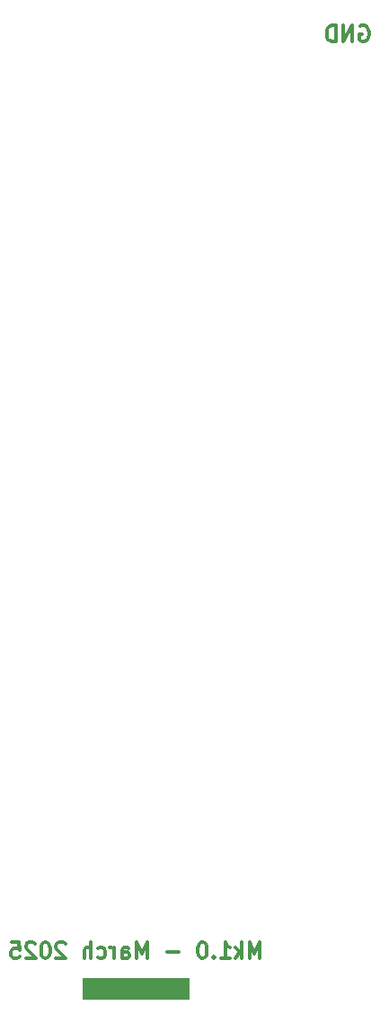
<source format=gbo>
%TF.GenerationSoftware,KiCad,Pcbnew,9.0.0*%
%TF.CreationDate,2025-03-16T11:37:03+01:00*%
%TF.ProjectId,DMH_Transistor_VCA_PANEL,444d485f-5472-4616-9e73-6973746f725f,rev?*%
%TF.SameCoordinates,Original*%
%TF.FileFunction,Legend,Bot*%
%TF.FilePolarity,Positive*%
%FSLAX46Y46*%
G04 Gerber Fmt 4.6, Leading zero omitted, Abs format (unit mm)*
G04 Created by KiCad (PCBNEW 9.0.0) date 2025-03-16 11:37:03*
%MOMM*%
%LPD*%
G01*
G04 APERTURE LIST*
%ADD10C,0.100000*%
%ADD11C,0.300000*%
%ADD12C,12.000000*%
%ADD13C,0.500000*%
%ADD14C,4.000000*%
%ADD15O,2.500000X1.500000*%
%ADD16R,5.000000X10.000000*%
G04 APERTURE END LIST*
D10*
X70000000Y-225450000D02*
X80000000Y-225450000D01*
X80000000Y-227450000D01*
X70000000Y-227450000D01*
X70000000Y-225450000D01*
G36*
X70000000Y-225450000D02*
G01*
X80000000Y-225450000D01*
X80000000Y-227450000D01*
X70000000Y-227450000D01*
X70000000Y-225450000D01*
G37*
D11*
X86714284Y-223628328D02*
X86714284Y-222128328D01*
X86714284Y-222128328D02*
X86214284Y-223199757D01*
X86214284Y-223199757D02*
X85714284Y-222128328D01*
X85714284Y-222128328D02*
X85714284Y-223628328D01*
X84999998Y-223628328D02*
X84999998Y-222128328D01*
X84857141Y-223056900D02*
X84428569Y-223628328D01*
X84428569Y-222628328D02*
X84999998Y-223199757D01*
X82999997Y-223628328D02*
X83857140Y-223628328D01*
X83428569Y-223628328D02*
X83428569Y-222128328D01*
X83428569Y-222128328D02*
X83571426Y-222342614D01*
X83571426Y-222342614D02*
X83714283Y-222485471D01*
X83714283Y-222485471D02*
X83857140Y-222556900D01*
X82357141Y-223485471D02*
X82285712Y-223556900D01*
X82285712Y-223556900D02*
X82357141Y-223628328D01*
X82357141Y-223628328D02*
X82428569Y-223556900D01*
X82428569Y-223556900D02*
X82357141Y-223485471D01*
X82357141Y-223485471D02*
X82357141Y-223628328D01*
X81357140Y-222128328D02*
X81214283Y-222128328D01*
X81214283Y-222128328D02*
X81071426Y-222199757D01*
X81071426Y-222199757D02*
X80999998Y-222271185D01*
X80999998Y-222271185D02*
X80928569Y-222414042D01*
X80928569Y-222414042D02*
X80857140Y-222699757D01*
X80857140Y-222699757D02*
X80857140Y-223056900D01*
X80857140Y-223056900D02*
X80928569Y-223342614D01*
X80928569Y-223342614D02*
X80999998Y-223485471D01*
X80999998Y-223485471D02*
X81071426Y-223556900D01*
X81071426Y-223556900D02*
X81214283Y-223628328D01*
X81214283Y-223628328D02*
X81357140Y-223628328D01*
X81357140Y-223628328D02*
X81499998Y-223556900D01*
X81499998Y-223556900D02*
X81571426Y-223485471D01*
X81571426Y-223485471D02*
X81642855Y-223342614D01*
X81642855Y-223342614D02*
X81714283Y-223056900D01*
X81714283Y-223056900D02*
X81714283Y-222699757D01*
X81714283Y-222699757D02*
X81642855Y-222414042D01*
X81642855Y-222414042D02*
X81571426Y-222271185D01*
X81571426Y-222271185D02*
X81499998Y-222199757D01*
X81499998Y-222199757D02*
X81357140Y-222128328D01*
X79071427Y-223056900D02*
X77928570Y-223056900D01*
X76071427Y-223628328D02*
X76071427Y-222128328D01*
X76071427Y-222128328D02*
X75571427Y-223199757D01*
X75571427Y-223199757D02*
X75071427Y-222128328D01*
X75071427Y-222128328D02*
X75071427Y-223628328D01*
X73714284Y-223628328D02*
X73714284Y-222842614D01*
X73714284Y-222842614D02*
X73785712Y-222699757D01*
X73785712Y-222699757D02*
X73928569Y-222628328D01*
X73928569Y-222628328D02*
X74214284Y-222628328D01*
X74214284Y-222628328D02*
X74357141Y-222699757D01*
X73714284Y-223556900D02*
X73857141Y-223628328D01*
X73857141Y-223628328D02*
X74214284Y-223628328D01*
X74214284Y-223628328D02*
X74357141Y-223556900D01*
X74357141Y-223556900D02*
X74428569Y-223414042D01*
X74428569Y-223414042D02*
X74428569Y-223271185D01*
X74428569Y-223271185D02*
X74357141Y-223128328D01*
X74357141Y-223128328D02*
X74214284Y-223056900D01*
X74214284Y-223056900D02*
X73857141Y-223056900D01*
X73857141Y-223056900D02*
X73714284Y-222985471D01*
X72999998Y-223628328D02*
X72999998Y-222628328D01*
X72999998Y-222914042D02*
X72928569Y-222771185D01*
X72928569Y-222771185D02*
X72857141Y-222699757D01*
X72857141Y-222699757D02*
X72714283Y-222628328D01*
X72714283Y-222628328D02*
X72571426Y-222628328D01*
X71428570Y-223556900D02*
X71571427Y-223628328D01*
X71571427Y-223628328D02*
X71857141Y-223628328D01*
X71857141Y-223628328D02*
X71999998Y-223556900D01*
X71999998Y-223556900D02*
X72071427Y-223485471D01*
X72071427Y-223485471D02*
X72142855Y-223342614D01*
X72142855Y-223342614D02*
X72142855Y-222914042D01*
X72142855Y-222914042D02*
X72071427Y-222771185D01*
X72071427Y-222771185D02*
X71999998Y-222699757D01*
X71999998Y-222699757D02*
X71857141Y-222628328D01*
X71857141Y-222628328D02*
X71571427Y-222628328D01*
X71571427Y-222628328D02*
X71428570Y-222699757D01*
X70785713Y-223628328D02*
X70785713Y-222128328D01*
X70142856Y-223628328D02*
X70142856Y-222842614D01*
X70142856Y-222842614D02*
X70214284Y-222699757D01*
X70214284Y-222699757D02*
X70357141Y-222628328D01*
X70357141Y-222628328D02*
X70571427Y-222628328D01*
X70571427Y-222628328D02*
X70714284Y-222699757D01*
X70714284Y-222699757D02*
X70785713Y-222771185D01*
X68357141Y-222271185D02*
X68285713Y-222199757D01*
X68285713Y-222199757D02*
X68142856Y-222128328D01*
X68142856Y-222128328D02*
X67785713Y-222128328D01*
X67785713Y-222128328D02*
X67642856Y-222199757D01*
X67642856Y-222199757D02*
X67571427Y-222271185D01*
X67571427Y-222271185D02*
X67499998Y-222414042D01*
X67499998Y-222414042D02*
X67499998Y-222556900D01*
X67499998Y-222556900D02*
X67571427Y-222771185D01*
X67571427Y-222771185D02*
X68428570Y-223628328D01*
X68428570Y-223628328D02*
X67499998Y-223628328D01*
X66571427Y-222128328D02*
X66428570Y-222128328D01*
X66428570Y-222128328D02*
X66285713Y-222199757D01*
X66285713Y-222199757D02*
X66214285Y-222271185D01*
X66214285Y-222271185D02*
X66142856Y-222414042D01*
X66142856Y-222414042D02*
X66071427Y-222699757D01*
X66071427Y-222699757D02*
X66071427Y-223056900D01*
X66071427Y-223056900D02*
X66142856Y-223342614D01*
X66142856Y-223342614D02*
X66214285Y-223485471D01*
X66214285Y-223485471D02*
X66285713Y-223556900D01*
X66285713Y-223556900D02*
X66428570Y-223628328D01*
X66428570Y-223628328D02*
X66571427Y-223628328D01*
X66571427Y-223628328D02*
X66714285Y-223556900D01*
X66714285Y-223556900D02*
X66785713Y-223485471D01*
X66785713Y-223485471D02*
X66857142Y-223342614D01*
X66857142Y-223342614D02*
X66928570Y-223056900D01*
X66928570Y-223056900D02*
X66928570Y-222699757D01*
X66928570Y-222699757D02*
X66857142Y-222414042D01*
X66857142Y-222414042D02*
X66785713Y-222271185D01*
X66785713Y-222271185D02*
X66714285Y-222199757D01*
X66714285Y-222199757D02*
X66571427Y-222128328D01*
X65499999Y-222271185D02*
X65428571Y-222199757D01*
X65428571Y-222199757D02*
X65285714Y-222128328D01*
X65285714Y-222128328D02*
X64928571Y-222128328D01*
X64928571Y-222128328D02*
X64785714Y-222199757D01*
X64785714Y-222199757D02*
X64714285Y-222271185D01*
X64714285Y-222271185D02*
X64642856Y-222414042D01*
X64642856Y-222414042D02*
X64642856Y-222556900D01*
X64642856Y-222556900D02*
X64714285Y-222771185D01*
X64714285Y-222771185D02*
X65571428Y-223628328D01*
X65571428Y-223628328D02*
X64642856Y-223628328D01*
X63285714Y-222128328D02*
X64000000Y-222128328D01*
X64000000Y-222128328D02*
X64071428Y-222842614D01*
X64071428Y-222842614D02*
X64000000Y-222771185D01*
X64000000Y-222771185D02*
X63857143Y-222699757D01*
X63857143Y-222699757D02*
X63500000Y-222699757D01*
X63500000Y-222699757D02*
X63357143Y-222771185D01*
X63357143Y-222771185D02*
X63285714Y-222842614D01*
X63285714Y-222842614D02*
X63214285Y-222985471D01*
X63214285Y-222985471D02*
X63214285Y-223342614D01*
X63214285Y-223342614D02*
X63285714Y-223485471D01*
X63285714Y-223485471D02*
X63357143Y-223556900D01*
X63357143Y-223556900D02*
X63500000Y-223628328D01*
X63500000Y-223628328D02*
X63857143Y-223628328D01*
X63857143Y-223628328D02*
X64000000Y-223556900D01*
X64000000Y-223556900D02*
X64071428Y-223485471D01*
X96142856Y-135999757D02*
X96285714Y-135928328D01*
X96285714Y-135928328D02*
X96499999Y-135928328D01*
X96499999Y-135928328D02*
X96714285Y-135999757D01*
X96714285Y-135999757D02*
X96857142Y-136142614D01*
X96857142Y-136142614D02*
X96928571Y-136285471D01*
X96928571Y-136285471D02*
X96999999Y-136571185D01*
X96999999Y-136571185D02*
X96999999Y-136785471D01*
X96999999Y-136785471D02*
X96928571Y-137071185D01*
X96928571Y-137071185D02*
X96857142Y-137214042D01*
X96857142Y-137214042D02*
X96714285Y-137356900D01*
X96714285Y-137356900D02*
X96499999Y-137428328D01*
X96499999Y-137428328D02*
X96357142Y-137428328D01*
X96357142Y-137428328D02*
X96142856Y-137356900D01*
X96142856Y-137356900D02*
X96071428Y-137285471D01*
X96071428Y-137285471D02*
X96071428Y-136785471D01*
X96071428Y-136785471D02*
X96357142Y-136785471D01*
X95428571Y-137428328D02*
X95428571Y-135928328D01*
X95428571Y-135928328D02*
X94571428Y-137428328D01*
X94571428Y-137428328D02*
X94571428Y-135928328D01*
X93857142Y-137428328D02*
X93857142Y-135928328D01*
X93857142Y-135928328D02*
X93499999Y-135928328D01*
X93499999Y-135928328D02*
X93285713Y-135999757D01*
X93285713Y-135999757D02*
X93142856Y-136142614D01*
X93142856Y-136142614D02*
X93071427Y-136285471D01*
X93071427Y-136285471D02*
X92999999Y-136571185D01*
X92999999Y-136571185D02*
X92999999Y-136785471D01*
X92999999Y-136785471D02*
X93071427Y-137071185D01*
X93071427Y-137071185D02*
X93142856Y-137214042D01*
X93142856Y-137214042D02*
X93285713Y-137356900D01*
X93285713Y-137356900D02*
X93499999Y-137428328D01*
X93499999Y-137428328D02*
X93857142Y-137428328D01*
%LPC*%
D12*
%TO.C,H14*%
X63000000Y-186000000D03*
%TD*%
%TO.C,H13*%
X87000000Y-186000000D03*
%TD*%
%TO.C,H7*%
X87000000Y-95250000D03*
%TD*%
%TO.C,H6*%
X63000000Y-95250000D03*
%TD*%
D13*
%TO.C,H9*%
X57300000Y-118000000D03*
X58960000Y-113970000D03*
X58970000Y-122040000D03*
X63000000Y-112300000D03*
D12*
X63000000Y-118000000D03*
D13*
X63000000Y-123700000D03*
X67030000Y-122040000D03*
X67040000Y-113970000D03*
X68700000Y-118000000D03*
%TD*%
D14*
%TO.C,H3*%
X53500000Y-226500000D03*
%TD*%
D13*
%TO.C,H8*%
X52800000Y-50750000D03*
X54460000Y-46720000D03*
X54470000Y-54790000D03*
X58500000Y-45050000D03*
D12*
X58500000Y-50750000D03*
D13*
X58500000Y-56450000D03*
X62530000Y-54790000D03*
X62540000Y-46720000D03*
X64200000Y-50750000D03*
%TD*%
%TO.C,H15*%
X52800000Y-141500000D03*
X54460000Y-137470000D03*
X54470000Y-145540000D03*
X58500000Y-135800000D03*
D12*
X58500000Y-141500000D03*
D13*
X58500000Y-147200000D03*
X62530000Y-145540000D03*
X62540000Y-137470000D03*
X64200000Y-141500000D03*
%TD*%
%TO.C,H17*%
X57300000Y-208750000D03*
X58960000Y-204720000D03*
X58970000Y-212790000D03*
X63000000Y-203050000D03*
D12*
X63000000Y-208750000D03*
D13*
X63000000Y-214450000D03*
X67030000Y-212790000D03*
X67040000Y-204720000D03*
X68700000Y-208750000D03*
%TD*%
%TO.C,H10*%
X81300000Y-118000000D03*
X82960000Y-113970000D03*
X82970000Y-122040000D03*
X87000000Y-112300000D03*
D12*
X87000000Y-118000000D03*
D13*
X87000000Y-123700000D03*
X91030000Y-122040000D03*
X91040000Y-113970000D03*
X92700000Y-118000000D03*
%TD*%
D12*
%TO.C,H5*%
X83000000Y-60000000D03*
D15*
X83000000Y-66000000D03*
%TD*%
D13*
%TO.C,H11*%
X52800000Y-69250000D03*
X54460000Y-65220000D03*
X54470000Y-73290000D03*
X58500000Y-63550000D03*
D12*
X58500000Y-69250000D03*
D13*
X58500000Y-74950000D03*
X62530000Y-73290000D03*
X62540000Y-65220000D03*
X64200000Y-69250000D03*
%TD*%
D14*
%TO.C,H2*%
X96500000Y-33500000D03*
%TD*%
%TO.C,H4*%
X96500000Y-226500000D03*
%TD*%
D13*
%TO.C,H18*%
X81300000Y-208750000D03*
X82960000Y-204720000D03*
X82970000Y-212790000D03*
X87000000Y-203050000D03*
D12*
X87000000Y-208750000D03*
D13*
X87000000Y-214450000D03*
X91030000Y-212790000D03*
X91040000Y-204720000D03*
X92700000Y-208750000D03*
%TD*%
D14*
%TO.C,H1*%
X53500000Y-33500000D03*
%TD*%
D13*
%TO.C,H16*%
X52800000Y-160000000D03*
X54460000Y-155970000D03*
X54470000Y-164040000D03*
X58500000Y-154300000D03*
D12*
X58500000Y-160000000D03*
D13*
X58500000Y-165700000D03*
X62530000Y-164040000D03*
X62540000Y-155970000D03*
X64200000Y-160000000D03*
%TD*%
D12*
%TO.C,H12*%
X83000000Y-150750000D03*
D15*
X83000000Y-156750000D03*
%TD*%
D16*
%TO.C,J0*%
X95000000Y-130000000D03*
%TD*%
%LPD*%
M02*

</source>
